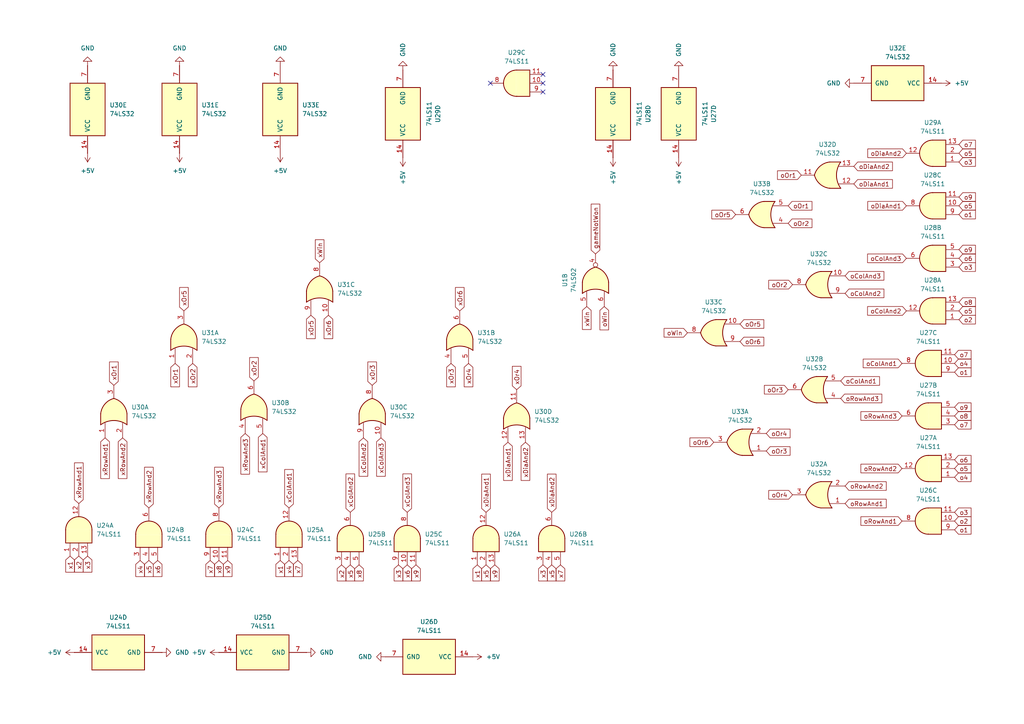
<source format=kicad_sch>
(kicad_sch (version 20250114) (generator "eeschema") (generator_version "9.0")
  (paper "A4")
  (lib_symbols
    (symbol "74xx:74LS02" (pin_names (offset 1.016))
      (property "Reference" "U" (at 0 1.27 0))
      (property "Value" "74LS02" (at 0 -1.27 0))
      (symbol "74LS02_1_1"
        (arc (start -3.81 3.81) (mid -2.589 0) (end -3.81 -3.81) (stroke (width 0.254)))
        (polyline (pts (xy -3.81 3.81) (xy -0.635 3.81)) (stroke (width 0.254)) (fill (type background)))
        (polyline (pts (xy -3.81 -3.81) (xy -0.635 -3.81)) (stroke (width 0.254)) (fill (type background)))
        (arc (start 3.81 0) (mid 2.1855 -2.584) (end -0.6096 -3.81) (stroke (width 0.254)) (fill (type background)))
        (arc (start -0.6096 3.81) (mid 2.1928 2.5924) (end 3.81 0) (stroke (width 0.254)) (fill (type background)))
        (polyline (pts (xy -0.635 3.81) (xy -3.81 3.81) (xy -3.81 3.81) (xy -3.556 3.4036) (xy -3.0226 2.2606) (xy -2.6924 1.0414) (xy -2.6162 -0.254) (xy -2.7686 -1.4986) (xy -3.175 -2.7178) (xy -3.81 -3.81) (xy -3.81 -3.81) (xy -0.635 -3.81)) (stroke (width -25.4)) (fill (type background)))
        (pin input line (at -7.62 2.54 0) (length 4.318) (name "~") (number "2"))
        (pin input line (at -7.62 -2.54 0) (length 4.318) (name "~") (number "3"))
        (pin output inverted (at 7.62 0 180) (length 3.81) (name "~") (number "1"))
      )
      (symbol "74LS02_1_2"
        (arc (start 0 3.81) (mid 3.7934 0) (end 0 -3.81) (stroke (width 0.254)) (fill (type background)))
        (polyline (pts (xy 0 3.81) (xy -3.81 3.81) (xy -3.81 -3.81) (xy 0 -3.81)) (stroke (width 0.254)) (fill (type background)))
        (pin input inverted (at -7.62 2.54 0) (length 3.81) (name "~") (number "2"))
        (pin input inverted (at -7.62 -2.54 0) (length 3.81) (name "~") (number "3"))
        (pin output line (at 7.62 0 180) (length 3.81) (name "~") (number "1"))
      )
      (symbol "74LS02_2_1"
        (arc (start -3.81 3.81) (mid -2.589 0) (end -3.81 -3.81) (stroke (width 0.254)))
        (polyline (pts (xy -3.81 3.81) (xy -0.635 3.81)) (stroke (width 0.254)) (fill (type background)))
        (polyline (pts (xy -3.81 -3.81) (xy -0.635 -3.81)) (stroke (width 0.254)) (fill (type background)))
        (arc (start 3.81 0) (mid 2.1855 -2.584) (end -0.6096 -3.81) (stroke (width 0.254)) (fill (type background)))
        (arc (start -0.6096 3.81) (mid 2.1928 2.5924) (end 3.81 0) (stroke (width 0.254)) (fill (type background)))
        (polyline (pts (xy -0.635 3.81) (xy -3.81 3.81) (xy -3.81 3.81) (xy -3.556 3.4036) (xy -3.0226 2.2606) (xy -2.6924 1.0414) (xy -2.6162 -0.254) (xy -2.7686 -1.4986) (xy -3.175 -2.7178) (xy -3.81 -3.81) (xy -3.81 -3.81) (xy -0.635 -3.81)) (stroke (width -25.4)) (fill (type background)))
        (pin input line (at -7.62 2.54 0) (length 4.318) (name "~") (number "5"))
        (pin input line (at -7.62 -2.54 0) (length 4.318) (name "~") (number "6"))
        (pin output inverted (at 7.62 0 180) (length 3.81) (name "~") (number "4"))
      )
      (symbol "74LS02_2_2"
        (arc (start 0 3.81) (mid 3.7934 0) (end 0 -3.81) (stroke (width 0.254)) (fill (type background)))
        (polyline (pts (xy 0 3.81) (xy -3.81 3.81) (xy -3.81 -3.81) (xy 0 -3.81)) (stroke (width 0.254)) (fill (type background)))
        (pin input inverted (at -7.62 2.54 0) (length 3.81) (name "~") (number "5"))
        (pin input inverted (at -7.62 -2.54 0) (length 3.81) (name "~") (number "6"))
        (pin output line (at 7.62 0 180) (length 3.81) (name "~") (number "4"))
      )
      (symbol "74LS02_3_1"
        (arc (start -3.81 3.81) (mid -2.589 0) (end -3.81 -3.81) (stroke (width 0.254)))
        (polyline (pts (xy -3.81 3.81) (xy -0.635 3.81)) (stroke (width 0.254)) (fill (type background)))
        (polyline (pts (xy -3.81 -3.81) (xy -0.635 -3.81)) (stroke (width 0.254)) (fill (type background)))
        (arc (start 3.81 0) (mid 2.1855 -2.584) (end -0.6096 -3.81) (stroke (width 0.254)) (fill (type background)))
        (arc (start -0.6096 3.81) (mid 2.1928 2.5924) (end 3.81 0) (stroke (width 0.254)) (fill (type background)))
        (polyline (pts (xy -0.635 3.81) (xy -3.81 3.81) (xy -3.81 3.81) (xy -3.556 3.4036) (xy -3.0226 2.2606) (xy -2.6924 1.0414) (xy -2.6162 -0.254) (xy -2.7686 -1.4986) (xy -3.175 -2.7178) (xy -3.81 -3.81) (xy -3.81 -3.81) (xy -0.635 -3.81)) (stroke (width -25.4)) (fill (type background)))
        (pin input line (at -7.62 2.54 0) (length 4.318) (name "~") (number "8"))
        (pin input line (at -7.62 -2.54 0) (length 4.318) (name "~") (number "9"))
        (pin output inverted (at 7.62 0 180) (length 3.81) (name "~") (number "10"))
      )
      (symbol "74LS02_3_2"
        (arc (start 0 3.81) (mid 3.7934 0) (end 0 -3.81) (stroke (width 0.254)) (fill (type background)))
        (polyline (pts (xy 0 3.81) (xy -3.81 3.81) (xy -3.81 -3.81) (xy 0 -3.81)) (stroke (width 0.254)) (fill (type background)))
        (pin input inverted (at -7.62 2.54 0) (length 3.81) (name "~") (number "8"))
        (pin input inverted (at -7.62 -2.54 0) (length 3.81) (name "~") (number "9"))
        (pin output line (at 7.62 0 180) (length 3.81) (name "~") (number "10"))
      )
      (symbol "74LS02_4_1"
        (arc (start -3.81 3.81) (mid -2.589 0) (end -3.81 -3.81) (stroke (width 0.254)))
        (polyline (pts (xy -3.81 3.81) (xy -0.635 3.81)) (stroke (width 0.254)) (fill (type background)))
        (polyline (pts (xy -3.81 -3.81) (xy -0.635 -3.81)) (stroke (width 0.254)) (fill (type background)))
        (arc (start 3.81 0) (mid 2.1855 -2.584) (end -0.6096 -3.81) (stroke (width 0.254)) (fill (type background)))
        (arc (start -0.6096 3.81) (mid 2.1928 2.5924) (end 3.81 0) (stroke (width 0.254)) (fill (type background)))
        (polyline (pts (xy -0.635 3.81) (xy -3.81 3.81) (xy -3.81 3.81) (xy -3.556 3.4036) (xy -3.0226 2.2606) (xy -2.6924 1.0414) (xy -2.6162 -0.254) (xy -2.7686 -1.4986) (xy -3.175 -2.7178) (xy -3.81 -3.81) (xy -3.81 -3.81) (xy -0.635 -3.81)) (stroke (width -25.4)) (fill (type background)))
        (pin input line (at -7.62 2.54 0) (length 4.318) (name "~") (number "11"))
        (pin input line (at -7.62 -2.54 0) (length 4.318) (name "~") (number "12"))
        (pin output inverted (at 7.62 0 180) (length 3.81) (name "~") (number "13"))
      )
      (symbol "74LS02_4_2"
        (arc (start 0 3.81) (mid 3.7934 0) (end 0 -3.81) (stroke (width 0.254)) (fill (type background)))
        (polyline (pts (xy 0 3.81) (xy -3.81 3.81) (xy -3.81 -3.81) (xy 0 -3.81)) (stroke (width 0.254)) (fill (type background)))
        (pin input inverted (at -7.62 2.54 0) (length 3.81) (name "~") (number "11"))
        (pin input inverted (at -7.62 -2.54 0) (length 3.81) (name "~") (number "12"))
        (pin output line (at 7.62 0 180) (length 3.81) (name "~") (number "13"))
      )
      (symbol "74LS02_5_0"
        (pin power_in line (at 0 12.7 270) (length 5.08) (name "VCC") (number "14"))
        (pin power_in line (at 0 -12.7 90) (length 5.08) (name "GND") (number "7"))
      )
      (symbol "74LS02_5_1"
        (rectangle (start -5.08 7.62) (end 5.08 -7.62) (stroke (width 0.254)) (fill (type background)))
      )
    )
    (symbol "74xx:74LS11" (pin_names (offset 1.016))
      (property "Reference" "U" (at 0 1.27 0))
      (property "Value" "74LS11" (at 0 -1.27 0))
      (symbol "74LS11_1_1"
        (arc (start 0 3.81) (mid 3.7934 0) (end 0 -3.81) (stroke (width 0.254)) (fill (type background)))
        (polyline (pts (xy 0 3.81) (xy -3.81 3.81) (xy -3.81 -3.81) (xy 0 -3.81)) (stroke (width 0.254)) (fill (type background)))
        (pin input line (at -7.62 2.54 0) (length 3.81) (name "~") (number "1"))
        (pin input line (at -7.62 0 0) (length 3.81) (name "~") (number "2"))
        (pin input line (at -7.62 -2.54 0) (length 3.81) (name "~") (number "13"))
        (pin output line (at 7.62 0 180) (length 3.81) (name "~") (number "12"))
      )
      (symbol "74LS11_1_2"
        (arc (start -3.81 3.81) (mid -2.589 0) (end -3.81 -3.81) (stroke (width 0.254)))
        (polyline (pts (xy -3.81 3.81) (xy -0.635 3.81)) (stroke (width 0.254)) (fill (type background)))
        (polyline (pts (xy -3.81 -3.81) (xy -0.635 -3.81)) (stroke (width 0.254)) (fill (type background)))
        (arc (start 3.81 0) (mid 2.1855 -2.584) (end -0.6096 -3.81) (stroke (width 0.254)) (fill (type background)))
        (arc (start -0.6096 3.81) (mid 2.1928 2.5924) (end 3.81 0) (stroke (width 0.254)) (fill (type background)))
        (polyline (pts (xy -0.635 3.81) (xy -3.81 3.81) (xy -3.81 3.81) (xy -3.556 3.4036) (xy -3.0226 2.2606) (xy -2.6924 1.0414) (xy -2.6162 -0.254) (xy -2.7686 -1.4986) (xy -3.175 -2.7178) (xy -3.81 -3.81) (xy -3.81 -3.81) (xy -0.635 -3.81)) (stroke (width -25.4)) (fill (type background)))
        (pin input inverted (at -7.62 2.54 0) (length 4.318) (name "~") (number "1"))
        (pin input inverted (at -7.62 0 0) (length 4.953) (name "~") (number "2"))
        (pin input inverted (at -7.62 -2.54 0) (length 4.318) (name "~") (number "13"))
        (pin output inverted (at 7.62 0 180) (length 3.81) (name "~") (number "12"))
      )
      (symbol "74LS11_2_1"
        (arc (start 0 3.81) (mid 3.7934 0) (end 0 -3.81) (stroke (width 0.254)) (fill (type background)))
        (polyline (pts (xy 0 3.81) (xy -3.81 3.81) (xy -3.81 -3.81) (xy 0 -3.81)) (stroke (width 0.254)) (fill (type background)))
        (pin input line (at -7.62 2.54 0) (length 3.81) (name "~") (number "3"))
        (pin input line (at -7.62 0 0) (length 3.81) (name "~") (number "4"))
        (pin input line (at -7.62 -2.54 0) (length 3.81) (name "~") (number "5"))
        (pin output line (at 7.62 0 180) (length 3.81) (name "~") (number "6"))
      )
      (symbol "74LS11_2_2"
        (arc (start -3.81 3.81) (mid -2.589 0) (end -3.81 -3.81) (stroke (width 0.254)))
        (polyline (pts (xy -3.81 3.81) (xy -0.635 3.81)) (stroke (width 0.254)) (fill (type background)))
        (polyline (pts (xy -3.81 -3.81) (xy -0.635 -3.81)) (stroke (width 0.254)) (fill (type background)))
        (arc (start 3.81 0) (mid 2.1855 -2.584) (end -0.6096 -3.81) (stroke (width 0.254)) (fill (type background)))
        (arc (start -0.6096 3.81) (mid 2.1928 2.5924) (end 3.81 0) (stroke (width 0.254)) (fill (type background)))
        (polyline (pts (xy -0.635 3.81) (xy -3.81 3.81) (xy -3.81 3.81) (xy -3.556 3.4036) (xy -3.0226 2.2606) (xy -2.6924 1.0414) (xy -2.6162 -0.254) (xy -2.7686 -1.4986) (xy -3.175 -2.7178) (xy -3.81 -3.81) (xy -3.81 -3.81) (xy -0.635 -3.81)) (stroke (width -25.4)) (fill (type background)))
        (pin input inverted (at -7.62 2.54 0) (length 4.318) (name "~") (number "3"))
        (pin input inverted (at -7.62 0 0) (length 4.953) (name "~") (number "4"))
        (pin input inverted (at -7.62 -2.54 0) (length 4.318) (name "~") (number "5"))
        (pin output inverted (at 7.62 0 180) (length 3.81) (name "~") (number "6"))
      )
      (symbol "74LS11_3_1"
        (arc (start 0 3.81) (mid 3.7934 0) (end 0 -3.81) (stroke (width 0.254)) (fill (type background)))
        (polyline (pts (xy 0 3.81) (xy -3.81 3.81) (xy -3.81 -3.81) (xy 0 -3.81)) (stroke (width 0.254)) (fill (type background)))
        (pin input line (at -7.62 2.54 0) (length 3.81) (name "~") (number "9"))
        (pin input line (at -7.62 0 0) (length 3.81) (name "~") (number "10"))
        (pin input line (at -7.62 -2.54 0) (length 3.81) (name "~") (number "11"))
        (pin output line (at 7.62 0 180) (length 3.81) (name "~") (number "8"))
      )
      (symbol "74LS11_3_2"
        (arc (start -3.81 3.81) (mid -2.589 0) (end -3.81 -3.81) (stroke (width 0.254)))
        (polyline (pts (xy -3.81 3.81) (xy -0.635 3.81)) (stroke (width 0.254)) (fill (type background)))
        (polyline (pts (xy -3.81 -3.81) (xy -0.635 -3.81)) (stroke (width 0.254)) (fill (type background)))
        (arc (start 3.81 0) (mid 2.1855 -2.584) (end -0.6096 -3.81) (stroke (width 0.254)) (fill (type background)))
        (arc (start -0.6096 3.81) (mid 2.1928 2.5924) (end 3.81 0) (stroke (width 0.254)) (fill (type background)))
        (polyline (pts (xy -0.635 3.81) (xy -3.81 3.81) (xy -3.81 3.81) (xy -3.556 3.4036) (xy -3.0226 2.2606) (xy -2.6924 1.0414) (xy -2.6162 -0.254) (xy -2.7686 -1.4986) (xy -3.175 -2.7178) (xy -3.81 -3.81) (xy -3.81 -3.81) (xy -0.635 -3.81)) (stroke (width -25.4)) (fill (type background)))
        (pin input inverted (at -7.62 2.54 0) (length 4.318) (name "~") (number "9"))
        (pin input inverted (at -7.62 0 0) (length 4.953) (name "~") (number "10"))
        (pin input inverted (at -7.62 -2.54 0) (length 4.318) (name "~") (number "11"))
        (pin output inverted (at 7.62 0 180) (length 3.81) (name "~") (number "8"))
      )
      (symbol "74LS11_4_0"
        (pin power_in line (at 0 12.7 270) (length 5.08) (name "VCC") (number "14"))
        (pin power_in line (at 0 -12.7 90) (length 5.08) (name "GND") (number "7"))
      )
      (symbol "74LS11_4_1"
        (rectangle (start -5.08 7.62) (end 5.08 -7.62) (stroke (width 0.254)) (fill (type background)))
      )
    )
    (symbol "74xx:74LS32" (pin_names (offset 1.016))
      (property "Reference" "U" (at 0 1.27 0))
      (property "Value" "74LS32" (at 0 -1.27 0))
      (symbol "74LS32_1_1"
        (arc (start -3.81 3.81) (mid -2.589 0) (end -3.81 -3.81) (stroke (width 0.254)))
        (polyline (pts (xy -3.81 3.81) (xy -0.635 3.81)) (stroke (width 0.254)) (fill (type background)))
        (polyline (pts (xy -3.81 -3.81) (xy -0.635 -3.81)) (stroke (width 0.254)) (fill (type background)))
        (arc (start 3.81 0) (mid 2.1855 -2.584) (end -0.6096 -3.81) (stroke (width 0.254)) (fill (type background)))
        (arc (start -0.6096 3.81) (mid 2.1928 2.5924) (end 3.81 0) (stroke (width 0.254)) (fill (type background)))
        (polyline (pts (xy -0.635 3.81) (xy -3.81 3.81) (xy -3.81 3.81) (xy -3.556 3.4036) (xy -3.0226 2.2606) (xy -2.6924 1.0414) (xy -2.6162 -0.254) (xy -2.7686 -1.4986) (xy -3.175 -2.7178) (xy -3.81 -3.81) (xy -3.81 -3.81) (xy -0.635 -3.81)) (stroke (width -25.4)) (fill (type background)))
        (pin input line (at -7.62 2.54 0) (length 4.318) (name "~") (number "1"))
        (pin input line (at -7.62 -2.54 0) (length 4.318) (name "~") (number "2"))
        (pin output line (at 7.62 0 180) (length 3.81) (name "~") (number "3"))
      )
      (symbol "74LS32_1_2"
        (arc (start 0 3.81) (mid 3.7934 0) (end 0 -3.81) (stroke (width 0.254)) (fill (type background)))
        (polyline (pts (xy 0 3.81) (xy -3.81 3.81) (xy -3.81 -3.81) (xy 0 -3.81)) (stroke (width 0.254)) (fill (type background)))
        (pin input inverted (at -7.62 2.54 0) (length 3.81) (name "~") (number "1"))
        (pin input inverted (at -7.62 -2.54 0) (length 3.81) (name "~") (number "2"))
        (pin output inverted (at 7.62 0 180) (length 3.81) (name "~") (number "3"))
      )
      (symbol "74LS32_2_1"
        (arc (start -3.81 3.81) (mid -2.589 0) (end -3.81 -3.81) (stroke (width 0.254)))
        (polyline (pts (xy -3.81 3.81) (xy -0.635 3.81)) (stroke (width 0.254)) (fill (type background)))
        (polyline (pts (xy -3.81 -3.81) (xy -0.635 -3.81)) (stroke (width 0.254)) (fill (type background)))
        (arc (start 3.81 0) (mid 2.1855 -2.584) (end -0.6096 -3.81) (stroke (width 0.254)) (fill (type background)))
        (arc (start -0.6096 3.81) (mid 2.1928 2.5924) (end 3.81 0) (stroke (width 0.254)) (fill (type background)))
        (polyline (pts (xy -0.635 3.81) (xy -3.81 3.81) (xy -3.81 3.81) (xy -3.556 3.4036) (xy -3.0226 2.2606) (xy -2.6924 1.0414) (xy -2.6162 -0.254) (xy -2.7686 -1.4986) (xy -3.175 -2.7178) (xy -3.81 -3.81) (xy -3.81 -3.81) (xy -0.635 -3.81)) (stroke (width -25.4)) (fill (type background)))
        (pin input line (at -7.62 2.54 0) (length 4.318) (name "~") (number "4"))
        (pin input line (at -7.62 -2.54 0) (length 4.318) (name "~") (number "5"))
        (pin output line (at 7.62 0 180) (length 3.81) (name "~") (number "6"))
      )
      (symbol "74LS32_2_2"
        (arc (start 0 3.81) (mid 3.7934 0) (end 0 -3.81) (stroke (width 0.254)) (fill (type background)))
        (polyline (pts (xy 0 3.81) (xy -3.81 3.81) (xy -3.81 -3.81) (xy 0 -3.81)) (stroke (width 0.254)) (fill (type background)))
        (pin input inverted (at -7.62 2.54 0) (length 3.81) (name "~") (number "4"))
        (pin input inverted (at -7.62 -2.54 0) (length 3.81) (name "~") (number "5"))
        (pin output inverted (at 7.62 0 180) (length 3.81) (name "~") (number "6"))
      )
      (symbol "74LS32_3_1"
        (arc (start -3.81 3.81) (mid -2.589 0) (end -3.81 -3.81) (stroke (width 0.254)))
        (polyline (pts (xy -3.81 3.81) (xy -0.635 3.81)) (stroke (width 0.254)) (fill (type background)))
        (polyline (pts (xy -3.81 -3.81) (xy -0.635 -3.81)) (stroke (width 0.254)) (fill (type background)))
        (arc (start 3.81 0) (mid 2.1855 -2.584) (end -0.6096 -3.81) (stroke (width 0.254)) (fill (type background)))
        (arc (start -0.6096 3.81) (mid 2.1928 2.5924) (end 3.81 0) (stroke (width 0.254)) (fill (type background)))
        (polyline (pts (xy -0.635 3.81) (xy -3.81 3.81) (xy -3.81 3.81) (xy -3.556 3.4036) (xy -3.0226 2.2606) (xy -2.6924 1.0414) (xy -2.6162 -0.254) (xy -2.7686 -1.4986) (xy -3.175 -2.7178) (xy -3.81 -3.81) (xy -3.81 -3.81) (xy -0.635 -3.81)) (stroke (width -25.4)) (fill (type background)))
        (pin input line (at -7.62 2.54 0) (length 4.318) (name "~") (number "9"))
        (pin input line (at -7.62 -2.54 0) (length 4.318) (name "~") (number "10"))
        (pin output line (at 7.62 0 180) (length 3.81) (name "~") (number "8"))
      )
      (symbol "74LS32_3_2"
        (arc (start 0 3.81) (mid 3.7934 0) (end 0 -3.81) (stroke (width 0.254)) (fill (type background)))
        (polyline (pts (xy 0 3.81) (xy -3.81 3.81) (xy -3.81 -3.81) (xy 0 -3.81)) (stroke (width 0.254)) (fill (type background)))
        (pin input inverted (at -7.62 2.54 0) (length 3.81) (name "~") (number "9"))
        (pin input inverted (at -7.62 -2.54 0) (length 3.81) (name "~") (number "10"))
        (pin output inverted (at 7.62 0 180) (length 3.81) (name "~") (number "8"))
      )
      (symbol "74LS32_4_1"
        (arc (start -3.81 3.81) (mid -2.589 0) (end -3.81 -3.81) (stroke (width 0.254)))
        (polyline (pts (xy -3.81 3.81) (xy -0.635 3.81)) (stroke (width 0.254)) (fill (type background)))
        (polyline (pts (xy -3.81 -3.81) (xy -0.635 -3.81)) (stroke (width 0.254)) (fill (type background)))
        (arc (start 3.81 0) (mid 2.1855 -2.584) (end -0.6096 -3.81) (stroke (width 0.254)) (fill (type background)))
        (arc (start -0.6096 3.81) (mid 2.1928 2.5924) (end 3.81 0) (stroke (width 0.254)) (fill (type background)))
        (polyline (pts (xy -0.635 3.81) (xy -3.81 3.81) (xy -3.81 3.81) (xy -3.556 3.4036) (xy -3.0226 2.2606) (xy -2.6924 1.0414) (xy -2.6162 -0.254) (xy -2.7686 -1.4986) (xy -3.175 -2.7178) (xy -3.81 -3.81) (xy -3.81 -3.81) (xy -0.635 -3.81)) (stroke (width -25.4)) (fill (type background)))
        (pin input line (at -7.62 2.54 0) (length 4.318) (name "~") (number "12"))
        (pin input line (at -7.62 -2.54 0) (length 4.318) (name "~") (number "13"))
        (pin output line (at 7.62 0 180) (length 3.81) (name "~") (number "11"))
      )
      (symbol "74LS32_4_2"
        (arc (start 0 3.81) (mid 3.7934 0) (end 0 -3.81) (stroke (width 0.254)) (fill (type background)))
        (polyline (pts (xy 0 3.81) (xy -3.81 3.81) (xy -3.81 -3.81) (xy 0 -3.81)) (stroke (width 0.254)) (fill (type background)))
        (pin input inverted (at -7.62 2.54 0) (length 3.81) (name "~") (number "12"))
        (pin input inverted (at -7.62 -2.54 0) (length 3.81) (name "~") (number "13"))
        (pin output inverted (at 7.62 0 180) (length 3.81) (name "~") (number "11"))
      )
      (symbol "74LS32_5_0"
        (pin power_in line (at 0 12.7 270) (length 5.08) (name "VCC") (number "14"))
        (pin power_in line (at 0 -12.7 90) (length 5.08) (name "GND") (number "7"))
      )
      (symbol "74LS32_5_1"
        (rectangle (start -5.08 7.62) (end 5.08 -7.62) (stroke (width 0.254)) (fill (type background)))
      )
    )
    (symbol "power:+5V" (power) (pin_numbers (hide yes)) (pin_names (offset 0) (hide yes))
      (property "Value" "+5V" (at 0 3.556 0))
      (symbol "+5V_0_1"
        (polyline (pts (xy -0.762 1.27) (xy 0 2.54)))
        (polyline (pts (xy 0 2.54) (xy 0.762 1.27)))
        (polyline (pts (xy 0 0) (xy 0 2.54)))
      )
      (symbol "+5V_1_1"
        (pin power_in line (at 0 0 90) (length 0) (name "~") (number "1"))
      )
    )
    (symbol "power:GND" (power) (pin_numbers (hide yes)) (pin_names (offset 0) (hide yes))
      (property "Value" "GND" (at 0 -3.81 0))
      (symbol "GND_0_1"
        (polyline (pts (xy 0 0) (xy 0 -1.27) (xy 1.27 -1.27) (xy 0 -2.54) (xy -1.27 -1.27) (xy 0 -1.27)))
      )
      (symbol "GND_1_1"
        (pin power_in line (at 0 0 270) (length 0) (name "~") (number "1"))
      )
    )
  )
  (no_connect (at 142.24 24.13))
  (no_connect (at 157.48 24.13))
  (no_connect (at 157.48 26.67))
  (no_connect (at 157.48 21.59))
  (global_label "xRowAnd2" (shape input) (at 43.18 147.32 90) (property "Intersheetrefs" "${INTERSHEET_REFS}" (effects (hide yes))))
  (global_label "o7" (shape input) (at 276.86 123.19 0) (property "Intersheetrefs" "${INTERSHEET_REFS}" (effects (hide yes))))
  (global_label "xColAnd1" (shape input) (at 76.2 125.73 270) (property "Intersheetrefs" "${INTERSHEET_REFS}" (effects (hide yes))))
  (global_label "oOr6" (shape input) (at 214.63 99.06 0) (property "Intersheetrefs" "${INTERSHEET_REFS}" (effects (hide yes))))
  (global_label "oColAnd1" (shape input) (at 243.84 110.49 0) (property "Intersheetrefs" "${INTERSHEET_REFS}" (effects (hide yes))))
  (global_label "o3" (shape input) (at 278.13 77.47 0) (property "Intersheetrefs" "${INTERSHEET_REFS}" (effects (hide yes))))
  (global_label "xRowAnd1" (shape input) (at 22.86 146.05 90) (property "Intersheetrefs" "${INTERSHEET_REFS}" (effects (hide yes))))
  (global_label "o8" (shape input) (at 278.13 87.63 0) (property "Intersheetrefs" "${INTERSHEET_REFS}" (effects (hide yes))))
  (global_label "x3" (shape input) (at 115.57 163.83 270) (property "Intersheetrefs" "${INTERSHEET_REFS}" (effects (hide yes))))
  (global_label "x5" (shape input) (at 101.6 163.83 270) (property "Intersheetrefs" "${INTERSHEET_REFS}" (effects (hide yes))))
  (global_label "o9" (shape input) (at 278.13 57.15 0) (property "Intersheetrefs" "${INTERSHEET_REFS}" (effects (hide yes))))
  (global_label "x5" (shape input) (at 140.97 163.83 270) (property "Intersheetrefs" "${INTERSHEET_REFS}" (effects (hide yes))))
  (global_label "o2" (shape input) (at 276.86 151.13 0) (property "Intersheetrefs" "${INTERSHEET_REFS}" (effects (hide yes))))
  (global_label "xOr3" (shape input) (at 130.81 105.41 270) (property "Intersheetrefs" "${INTERSHEET_REFS}" (effects (hide yes))))
  (global_label "xColAnd1" (shape input) (at 83.82 147.32 90) (property "Intersheetrefs" "${INTERSHEET_REFS}" (effects (hide yes))))
  (global_label "oOr4" (shape input) (at 229.87 143.51 180) (property "Intersheetrefs" "${INTERSHEET_REFS}" (effects (hide yes))))
  (global_label "o5" (shape input) (at 278.13 90.17 0) (property "Intersheetrefs" "${INTERSHEET_REFS}" (effects (hide yes))))
  (global_label "oOr2" (shape input) (at 229.87 82.55 180) (property "Intersheetrefs" "${INTERSHEET_REFS}" (effects (hide yes))))
  (global_label "x4" (shape input) (at 40.64 162.56 270) (property "Intersheetrefs" "${INTERSHEET_REFS}" (effects (hide yes))))
  (global_label "oDiaAnd2" (shape input) (at 247.65 48.26 0) (property "Intersheetrefs" "${INTERSHEET_REFS}" (effects (hide yes))))
  (global_label "oOr6" (shape input) (at 207.01 128.27 180) (property "Intersheetrefs" "${INTERSHEET_REFS}" (effects (hide yes))))
  (global_label "oOr4" (shape input) (at 222.25 125.73 0) (property "Intersheetrefs" "${INTERSHEET_REFS}" (effects (hide yes))))
  (global_label "oRowAnd2" (shape input) (at 261.62 135.89 180) (property "Intersheetrefs" "${INTERSHEET_REFS}" (effects (hide yes))))
  (global_label "x3" (shape input) (at 157.48 163.83 270) (property "Intersheetrefs" "${INTERSHEET_REFS}" (effects (hide yes))))
  (global_label "xColAnd2" (shape input) (at 105.41 127 270) (property "Intersheetrefs" "${INTERSHEET_REFS}" (effects (hide yes))))
  (global_label "xRowAnd3" (shape input) (at 71.12 125.73 270) (property "Intersheetrefs" "${INTERSHEET_REFS}" (effects (hide yes))))
  (global_label "x7" (shape input) (at 162.56 163.83 270) (property "Intersheetrefs" "${INTERSHEET_REFS}" (effects (hide yes))))
  (global_label "o3" (shape input) (at 276.86 148.59 0) (property "Intersheetrefs" "${INTERSHEET_REFS}" (effects (hide yes))))
  (global_label "oRowAnd1" (shape input) (at 245.11 146.05 0) (property "Intersheetrefs" "${INTERSHEET_REFS}" (effects (hide yes))))
  (global_label "x2" (shape input) (at 22.86 161.29 270) (property "Intersheetrefs" "${INTERSHEET_REFS}" (effects (hide yes))))
  (global_label "o4" (shape input) (at 276.86 105.41 0) (property "Intersheetrefs" "${INTERSHEET_REFS}" (effects (hide yes))))
  (global_label "xDiaAnd2" (shape input) (at 160.02 148.59 90) (property "Intersheetrefs" "${INTERSHEET_REFS}" (effects (hide yes))))
  (global_label "oRowAnd3" (shape input) (at 261.62 120.65 180) (property "Intersheetrefs" "${INTERSHEET_REFS}" (effects (hide yes))))
  (global_label "x7" (shape input) (at 60.96 162.56 270) (property "Intersheetrefs" "${INTERSHEET_REFS}" (effects (hide yes))))
  (global_label "oColAnd2" (shape input) (at 262.89 90.17 180) (property "Intersheetrefs" "${INTERSHEET_REFS}" (effects (hide yes))))
  (global_label "x8" (shape input) (at 104.14 163.83 270) (property "Intersheetrefs" "${INTERSHEET_REFS}" (effects (hide yes))))
  (global_label "oOr1" (shape input) (at 228.6 59.69 0) (property "Intersheetrefs" "${INTERSHEET_REFS}" (effects (hide yes))))
  (global_label "o8" (shape input) (at 276.86 120.65 0) (property "Intersheetrefs" "${INTERSHEET_REFS}" (effects (hide yes))))
  (global_label "oRowAnd2" (shape input) (at 245.11 140.97 0) (property "Intersheetrefs" "${INTERSHEET_REFS}" (effects (hide yes))))
  (global_label "o2" (shape input) (at 278.13 92.71 0) (property "Intersheetrefs" "${INTERSHEET_REFS}" (effects (hide yes))))
  (global_label "xOr4" (shape input) (at 135.89 105.41 270) (property "Intersheetrefs" "${INTERSHEET_REFS}" (effects (hide yes))))
  (global_label "o5" (shape input) (at 278.13 59.69 0) (property "Intersheetrefs" "${INTERSHEET_REFS}" (effects (hide yes))))
  (global_label "o1" (shape input) (at 278.13 62.23 0) (property "Intersheetrefs" "${INTERSHEET_REFS}" (effects (hide yes))))
  (global_label "oColAnd2" (shape input) (at 245.11 85.09 0) (property "Intersheetrefs" "${INTERSHEET_REFS}" (effects (hide yes))))
  (global_label "x2" (shape input) (at 99.06 163.83 270) (property "Intersheetrefs" "${INTERSHEET_REFS}" (effects (hide yes))))
  (global_label "xOr6" (shape input) (at 95.25 91.44 270) (property "Intersheetrefs" "${INTERSHEET_REFS}" (effects (hide yes))))
  (global_label "xWin" (shape input) (at 170.18 88.9 270) (property "Intersheetrefs" "${INTERSHEET_REFS}" (effects (hide yes))))
  (global_label "xRowAnd2" (shape input) (at 35.56 127 270) (property "Intersheetrefs" "${INTERSHEET_REFS}" (effects (hide yes))))
  (global_label "oOr5" (shape input) (at 213.36 62.23 180) (property "Intersheetrefs" "${INTERSHEET_REFS}" (effects (hide yes))))
  (global_label "oDiaAnd1" (shape input) (at 247.65 53.34 0) (property "Intersheetrefs" "${INTERSHEET_REFS}" (effects (hide yes))))
  (global_label "oOr1" (shape input) (at 232.41 50.8 180) (property "Intersheetrefs" "${INTERSHEET_REFS}" (effects (hide yes))))
  (global_label "o5" (shape input) (at 278.13 44.45 0) (property "Intersheetrefs" "${INTERSHEET_REFS}" (effects (hide yes))))
  (global_label "xColAnd3" (shape input) (at 110.49 127 270) (property "Intersheetrefs" "${INTERSHEET_REFS}" (effects (hide yes))))
  (global_label "oDiaAnd1" (shape input) (at 262.89 59.69 180) (property "Intersheetrefs" "${INTERSHEET_REFS}" (effects (hide yes))))
  (global_label "oColAnd3" (shape input) (at 262.89 74.93 180) (property "Intersheetrefs" "${INTERSHEET_REFS}" (effects (hide yes))))
  (global_label "oRowAnd3" (shape input) (at 243.84 115.57 0) (property "Intersheetrefs" "${INTERSHEET_REFS}" (effects (hide yes))))
  (global_label "oColAnd3" (shape input) (at 245.11 80.01 0) (property "Intersheetrefs" "${INTERSHEET_REFS}" (effects (hide yes))))
  (global_label "xDiaAnd1" (shape input) (at 140.97 148.59 90) (property "Intersheetrefs" "${INTERSHEET_REFS}" (effects (hide yes))))
  (global_label "x6" (shape input) (at 118.11 163.83 270) (property "Intersheetrefs" "${INTERSHEET_REFS}" (effects (hide yes))))
  (global_label "oWin" (shape input) (at 175.26 88.9 270) (property "Intersheetrefs" "${INTERSHEET_REFS}" (effects (hide yes))))
  (global_label "o6" (shape input) (at 278.13 74.93 0) (property "Intersheetrefs" "${INTERSHEET_REFS}" (effects (hide yes))))
  (global_label "o9" (shape input) (at 276.86 118.11 0) (property "Intersheetrefs" "${INTERSHEET_REFS}" (effects (hide yes))))
  (global_label "o7" (shape input) (at 276.86 102.87 0) (property "Intersheetrefs" "${INTERSHEET_REFS}" (effects (hide yes))))
  (global_label "oColAnd1" (shape input) (at 261.62 105.41 180) (property "Intersheetrefs" "${INTERSHEET_REFS}" (effects (hide yes))))
  (global_label "o5" (shape input) (at 276.86 135.89 0) (property "Intersheetrefs" "${INTERSHEET_REFS}" (effects (hide yes))))
  (global_label "xOr3" (shape input) (at 107.95 111.76 90) (property "Intersheetrefs" "${INTERSHEET_REFS}" (effects (hide yes))))
  (global_label "xRowAnd3" (shape input) (at 63.5 147.32 90) (property "Intersheetrefs" "${INTERSHEET_REFS}" (effects (hide yes))))
  (global_label "x6" (shape input) (at 45.72 162.56 270) (property "Intersheetrefs" "${INTERSHEET_REFS}" (effects (hide yes))))
  (global_label "oWin" (shape input) (at 199.39 96.52 180) (property "Intersheetrefs" "${INTERSHEET_REFS}" (effects (hide yes))))
  (global_label "xRowAnd1" (shape input) (at 30.48 127 270) (property "Intersheetrefs" "${INTERSHEET_REFS}" (effects (hide yes))))
  (global_label "x9" (shape input) (at 120.65 163.83 270) (property "Intersheetrefs" "${INTERSHEET_REFS}" (effects (hide yes))))
  (global_label "xColAnd3" (shape input) (at 118.11 148.59 90) (property "Intersheetrefs" "${INTERSHEET_REFS}" (effects (hide yes))))
  (global_label "x9" (shape input) (at 66.04 162.56 270) (property "Intersheetrefs" "${INTERSHEET_REFS}" (effects (hide yes))))
  (global_label "o1" (shape input) (at 276.86 107.95 0) (property "Intersheetrefs" "${INTERSHEET_REFS}" (effects (hide yes))))
  (global_label "oOr3" (shape input) (at 222.25 130.81 0) (property "Intersheetrefs" "${INTERSHEET_REFS}" (effects (hide yes))))
  (global_label "xOr2" (shape input) (at 55.88 105.41 270) (property "Intersheetrefs" "${INTERSHEET_REFS}" (effects (hide yes))))
  (global_label "x1" (shape input) (at 81.28 162.56 270) (property "Intersheetrefs" "${INTERSHEET_REFS}" (effects (hide yes))))
  (global_label "oRowAnd1" (shape input) (at 261.62 151.13 180) (property "Intersheetrefs" "${INTERSHEET_REFS}" (effects (hide yes))))
  (global_label "x7" (shape input) (at 86.36 162.56 270) (property "Intersheetrefs" "${INTERSHEET_REFS}" (effects (hide yes))))
  (global_label "x8" (shape input) (at 63.5 162.56 270) (property "Intersheetrefs" "${INTERSHEET_REFS}" (effects (hide yes))))
  (global_label "x5" (shape input) (at 160.02 163.83 270) (property "Intersheetrefs" "${INTERSHEET_REFS}" (effects (hide yes))))
  (global_label "x1" (shape input) (at 20.32 161.29 270) (property "Intersheetrefs" "${INTERSHEET_REFS}" (effects (hide yes))))
  (global_label "oOr5" (shape input) (at 214.63 93.98 0) (property "Intersheetrefs" "${INTERSHEET_REFS}" (effects (hide yes))))
  (global_label "xWin" (shape input) (at 92.71 76.2 90) (property "Intersheetrefs" "${INTERSHEET_REFS}" (effects (hide yes))))
  (global_label "o9" (shape input) (at 278.13 72.39 0) (property "Intersheetrefs" "${INTERSHEET_REFS}" (effects (hide yes))))
  (global_label "xOr5" (shape input) (at 53.34 90.17 90) (property "Intersheetrefs" "${INTERSHEET_REFS}" (effects (hide yes))))
  (global_label "xOr1" (shape input) (at 33.02 111.76 90) (property "Intersheetrefs" "${INTERSHEET_REFS}" (effects (hide yes))))
  (global_label "xOr1" (shape input) (at 50.8 105.41 270) (property "Intersheetrefs" "${INTERSHEET_REFS}" (effects (hide yes))))
  (global_label "x5" (shape input) (at 43.18 162.56 270) (property "Intersheetrefs" "${INTERSHEET_REFS}" (effects (hide yes))))
  (global_label "xOr6" (shape input) (at 133.35 90.17 90) (property "Intersheetrefs" "${INTERSHEET_REFS}" (effects (hide yes))))
  (global_label "xOr5" (shape input) (at 90.17 91.44 270) (property "Intersheetrefs" "${INTERSHEET_REFS}" (effects (hide yes))))
  (global_label "xColAnd2" (shape input) (at 101.6 148.59 90) (property "Intersheetrefs" "${INTERSHEET_REFS}" (effects (hide yes))))
  (global_label "o3" (shape input) (at 278.13 46.99 0) (property "Intersheetrefs" "${INTERSHEET_REFS}" (effects (hide yes))))
  (global_label "xDiaAnd1" (shape input) (at 147.32 128.27 270) (property "Intersheetrefs" "${INTERSHEET_REFS}" (effects (hide yes))))
  (global_label "o6" (shape input) (at 276.86 133.35 0) (property "Intersheetrefs" "${INTERSHEET_REFS}" (effects (hide yes))))
  (global_label "oOr2" (shape input) (at 228.6 64.77 0) (property "Intersheetrefs" "${INTERSHEET_REFS}" (effects (hide yes))))
  (global_label "oOr3" (shape input) (at 228.6 113.03 180) (property "Intersheetrefs" "${INTERSHEET_REFS}" (effects (hide yes))))
  (global_label "x1" (shape input) (at 138.43 163.83 270) (property "Intersheetrefs" "${INTERSHEET_REFS}" (effects (hide yes))))
  (global_label "xOr2" (shape input) (at 73.66 110.49 90) (property "Intersheetrefs" "${INTERSHEET_REFS}" (effects (hide yes))))
  (global_label "o1" (shape input) (at 276.86 153.67 0) (property "Intersheetrefs" "${INTERSHEET_REFS}" (effects (hide yes))))
  (global_label "xOr4" (shape input) (at 149.86 113.03 90) (property "Intersheetrefs" "${INTERSHEET_REFS}" (effects (hide yes))))
  (global_label "o7" (shape input) (at 278.13 41.91 0) (property "Intersheetrefs" "${INTERSHEET_REFS}" (effects (hide yes))))
  (global_label "oDiaAnd2" (shape input) (at 262.89 44.45 180) (property "Intersheetrefs" "${INTERSHEET_REFS}" (effects (hide yes))))
  (global_label "o4" (shape input) (at 276.86 138.43 0) (property "Intersheetrefs" "${INTERSHEET_REFS}" (effects (hide yes))))
  (global_label "x3" (shape input) (at 25.4 161.29 270) (property "Intersheetrefs" "${INTERSHEET_REFS}" (effects (hide yes))))
  (global_label "gameNotWon" (shape input) (at 172.72 73.66 90) (property "Intersheetrefs" "${INTERSHEET_REFS}" (effects (hide yes))))
  (global_label "x9" (shape input) (at 143.51 163.83 270) (property "Intersheetrefs" "${INTERSHEET_REFS}" (effects (hide yes))))
  (global_label "x4" (shape input) (at 83.82 162.56 270) (property "Intersheetrefs" "${INTERSHEET_REFS}" (effects (hide yes))))
  (global_label "xDiaAnd2" (shape input) (at 152.4 128.27 270) (property "Intersheetrefs" "${INTERSHEET_REFS}" (effects (hide yes))))
  (symbol (lib_id "74xx:74LS11") (at 270.51 90.17 180) (unit 1)
    (property "Reference" "U28" (at 270.5183 81.28 0))
    (property "Value" "74LS11" (at 270.5183 83.82 0))
    (property "Footprint" "Package_DIP:DIP-14_W7.62mm" (effects (hide yes)))
    (property "Datasheet" "http://www.ti.com/lit/gpn/sn74LS11" (effects (hide yes)))
    (property "Description" "Triple 3-input AND" (effects (hide yes)))
  )
  (symbol (lib_id "74xx:74LS32") (at 25.4 31.75 180) (unit 5)
    (property "Reference" "U30" (at 31.75 30.4799 0) (effects (justify right)))
    (property "Value" "74LS32" (at 31.75 33.0199 0) (effects (justify right)))
    (property "Footprint" "Package_DIP:DIP-14_W7.62mm" (effects (hide yes)))
    (property "Datasheet" "http://www.ti.com/lit/gpn/sn74LS32" (effects (hide yes)))
    (property "Description" "Quad 2-input OR" (effects (hide yes)))
  )
  (symbol (lib_id "74xx:74LS11") (at 270.51 74.93 180) (unit 2)
    (property "Reference" "U28" (at 270.5183 66.04 0))
    (property "Value" "74LS11" (at 270.5183 68.58 0))
    (property "Footprint" "Package_DIP:DIP-14_W7.62mm" (effects (hide yes)))
    (property "Datasheet" "http://www.ti.com/lit/gpn/sn74LS11" (effects (hide yes)))
    (property "Description" "Triple 3-input AND" (effects (hide yes)))
  )
  (symbol (lib_id "power:GND") (at 196.85 20.32 180) (unit 1)
    (property "Reference" "#PWR091" (effects (hide yes)))
    (property "Value" "GND" (at 196.8501 16.51 90) (effects (justify right)))
    (property "Description" "Power symbol creates a global label with name \"GND\" , ground" (effects (hide yes)))
  )
  (symbol (lib_id "power:+5V") (at 81.28 44.45 180) (unit 1)
    (property "Reference" "#PWR094" (effects (hide yes)))
    (property "Value" "+5V" (at 81.28 49.53 0))
    (property "Description" "Power symbol creates a global label with name \"+5V\"" (effects (hide yes)))
  )
  (symbol (lib_id "74xx:74LS32") (at 73.66 118.11 90) (unit 2)
    (property "Reference" "U30" (at 78.74 116.8399 90) (effects (justify right)))
    (property "Value" "74LS32" (at 78.74 119.3799 90) (effects (justify right)))
    (property "Footprint" "Package_DIP:DIP-14_W7.62mm" (effects (hide yes)))
    (property "Datasheet" "http://www.ti.com/lit/gpn/sn74LS32" (effects (hide yes)))
    (property "Description" "Quad 2-input OR" (effects (hide yes)))
  )
  (symbol (lib_id "74xx:74LS11") (at 101.6 156.21 90) (unit 2)
    (property "Reference" "U25" (at 106.68 154.9482 90) (effects (justify right)))
    (property "Value" "74LS11" (at 106.68 157.4882 90) (effects (justify right)))
    (property "Footprint" "Package_DIP:DIP-14_W7.62mm" (effects (hide yes)))
    (property "Datasheet" "http://www.ti.com/lit/gpn/sn74LS11" (effects (hide yes)))
    (property "Description" "Triple 3-input AND" (effects (hide yes)))
  )
  (symbol (lib_id "74xx:74LS11") (at 116.84 33.02 180) (unit 4)
    (property "Reference" "U29" (at 127 33.02 90))
    (property "Value" "74LS11" (at 124.46 33.02 90))
    (property "Footprint" "Package_DIP:DIP-14_W7.62mm" (effects (hide yes)))
    (property "Datasheet" "http://www.ti.com/lit/gpn/sn74LS11" (effects (hide yes)))
    (property "Description" "Triple 3-input AND" (effects (hide yes)))
  )
  (symbol (lib_id "power:GND") (at 111.76 190.5 270) (unit 1)
    (property "Reference" "#PWR0103" (effects (hide yes)))
    (property "Value" "GND" (at 107.95 190.4999 90) (effects (justify right)))
    (property "Description" "Power symbol creates a global label with name \"GND\" , ground" (effects (hide yes)))
  )
  (symbol (lib_id "74xx:74LS11") (at 177.8 33.02 180) (unit 4)
    (property "Reference" "U28" (at 187.96 33.02 90))
    (property "Value" "74LS11" (at 185.42 33.02 90))
    (property "Footprint" "Package_DIP:DIP-14_W7.62mm" (effects (hide yes)))
    (property "Datasheet" "http://www.ti.com/lit/gpn/sn74LS11" (effects (hide yes)))
    (property "Description" "Triple 3-input AND" (effects (hide yes)))
  )
  (symbol (lib_id "74xx:74LS11") (at 76.2 189.23 90) (unit 4)
    (property "Reference" "U25" (at 76.2 179.07 90))
    (property "Value" "74LS11" (at 76.2 181.61 90))
    (property "Footprint" "Package_DIP:DIP-14_W7.62mm" (effects (hide yes)))
    (property "Datasheet" "http://www.ti.com/lit/gpn/sn74LS11" (effects (hide yes)))
    (property "Description" "Triple 3-input AND" (effects (hide yes)))
  )
  (symbol (lib_id "power:+5V") (at 116.84 45.72 180) (unit 1)
    (property "Reference" "#PWR095" (effects (hide yes)))
    (property "Value" "+5V" (at 116.8401 49.53 90) (effects (justify left)))
    (property "Description" "Power symbol creates a global label with name \"+5V\"" (effects (hide yes)))
  )
  (symbol (lib_id "74xx:74LS32") (at 107.95 119.38 90) (unit 3)
    (property "Reference" "U30" (at 113.03 118.1099 90) (effects (justify right)))
    (property "Value" "74LS32" (at 113.03 120.6499 90) (effects (justify right)))
    (property "Footprint" "Package_DIP:DIP-14_W7.62mm" (effects (hide yes)))
    (property "Datasheet" "http://www.ti.com/lit/gpn/sn74LS32" (effects (hide yes)))
    (property "Description" "Quad 2-input OR" (effects (hide yes)))
  )
  (symbol (lib_id "power:GND") (at 46.99 189.23 90) (unit 1)
    (property "Reference" "#PWR0104" (effects (hide yes)))
    (property "Value" "GND" (at 50.8 189.2299 90) (effects (justify right)))
    (property "Description" "Power symbol creates a global label with name \"GND\" , ground" (effects (hide yes)))
  )
  (symbol (lib_id "74xx:74LS32") (at 236.22 113.03 180) (unit 2)
    (property "Reference" "U32" (at 236.22 104.14 0))
    (property "Value" "74LS32" (at 236.22 106.68 0))
    (property "Footprint" "Package_DIP:DIP-14_W7.62mm" (effects (hide yes)))
    (property "Datasheet" "http://www.ti.com/lit/gpn/sn74LS32" (effects (hide yes)))
    (property "Description" "Quad 2-input OR" (effects (hide yes)))
  )
  (symbol (lib_id "74xx:74LS11") (at 269.24 120.65 180) (unit 2)
    (property "Reference" "U27" (at 269.2483 111.76 0))
    (property "Value" "74LS11" (at 269.2483 114.3 0))
    (property "Footprint" "Package_DIP:DIP-14_W7.62mm" (effects (hide yes)))
    (property "Datasheet" "http://www.ti.com/lit/gpn/sn74LS11" (effects (hide yes)))
    (property "Description" "Triple 3-input AND" (effects (hide yes)))
  )
  (symbol (lib_id "74xx:74LS11") (at 149.86 24.13 180) (unit 3)
    (property "Reference" "U29" (at 149.8683 15.24 0))
    (property "Value" "74LS11" (at 149.8683 17.78 0))
    (property "Footprint" "Package_DIP:DIP-14_W7.62mm" (effects (hide yes)))
    (property "Datasheet" "http://www.ti.com/lit/gpn/sn74LS11" (effects (hide yes)))
    (property "Description" "Triple 3-input AND" (effects (hide yes)))
  )
  (symbol (lib_id "power:GND") (at 81.28 19.05 180) (unit 1)
    (property "Reference" "#PWR088" (effects (hide yes)))
    (property "Value" "GND" (at 81.28 13.97 0))
    (property "Description" "Power symbol creates a global label with name \"GND\" , ground" (effects (hide yes)))
  )
  (symbol (lib_id "power:GND") (at 247.65 24.13 270) (unit 1)
    (property "Reference" "#PWR092" (effects (hide yes)))
    (property "Value" "GND" (at 243.84 24.1299 90) (effects (justify right)))
    (property "Description" "Power symbol creates a global label with name \"GND\" , ground" (effects (hide yes)))
  )
  (symbol (lib_id "74xx:74LS32") (at 53.34 97.79 90) (unit 1)
    (property "Reference" "U31" (at 58.42 96.5199 90) (effects (justify right)))
    (property "Value" "74LS32" (at 58.42 99.0599 90) (effects (justify right)))
    (property "Footprint" "Package_DIP:DIP-14_W7.62mm" (effects (hide yes)))
    (property "Datasheet" "http://www.ti.com/lit/gpn/sn74LS32" (effects (hide yes)))
    (property "Description" "Quad 2-input OR" (effects (hide yes)))
  )
  (symbol (lib_id "power:+5V") (at 21.59 189.23 90) (unit 1)
    (property "Reference" "#PWR099" (effects (hide yes)))
    (property "Value" "+5V" (at 17.78 189.2299 90) (effects (justify left)))
    (property "Description" "Power symbol creates a global label with name \"+5V\"" (effects (hide yes)))
  )
  (symbol (lib_id "power:+5V") (at 63.5 189.23 90) (unit 1)
    (property "Reference" "#PWR0100" (effects (hide yes)))
    (property "Value" "+5V" (at 59.69 189.2299 90) (effects (justify left)))
    (property "Description" "Power symbol creates a global label with name \"+5V\"" (effects (hide yes)))
  )
  (symbol (lib_id "74xx:74LS32") (at 52.07 31.75 180) (unit 5)
    (property "Reference" "U31" (at 58.42 30.4799 0) (effects (justify right)))
    (property "Value" "74LS32" (at 58.42 33.0199 0) (effects (justify right)))
    (property "Footprint" "Package_DIP:DIP-14_W7.62mm" (effects (hide yes)))
    (property "Datasheet" "http://www.ti.com/lit/gpn/sn74LS32" (effects (hide yes)))
    (property "Description" "Quad 2-input OR" (effects (hide yes)))
  )
  (symbol (lib_id "74xx:74LS11") (at 160.02 156.21 90) (unit 2)
    (property "Reference" "U26" (at 165.1 154.9482 90) (effects (justify right)))
    (property "Value" "74LS11" (at 165.1 157.4882 90) (effects (justify right)))
    (property "Footprint" "Package_DIP:DIP-14_W7.62mm" (effects (hide yes)))
    (property "Datasheet" "http://www.ti.com/lit/gpn/sn74LS11" (effects (hide yes)))
    (property "Description" "Triple 3-input AND" (effects (hide yes)))
  )
  (symbol (lib_id "74xx:74LS11") (at 124.46 190.5 270) (unit 4)
    (property "Reference" "U26" (at 124.46 180.34 90))
    (property "Value" "74LS11" (at 124.46 182.88 90))
    (property "Footprint" "Package_DIP:DIP-14_W7.62mm" (effects (hide yes)))
    (property "Datasheet" "http://www.ti.com/lit/gpn/sn74LS11" (effects (hide yes)))
    (property "Description" "Triple 3-input AND" (effects (hide yes)))
  )
  (symbol (lib_id "power:GND") (at 52.07 19.05 180) (unit 1)
    (property "Reference" "#PWR087" (effects (hide yes)))
    (property "Value" "GND" (at 52.07 13.97 0))
    (property "Description" "Power symbol creates a global label with name \"GND\" , ground" (effects (hide yes)))
  )
  (symbol (lib_id "74xx:74LS32") (at 33.02 119.38 90) (unit 1)
    (property "Reference" "U30" (at 38.1 118.1099 90) (effects (justify right)))
    (property "Value" "74LS32" (at 38.1 120.6499 90) (effects (justify right)))
    (property "Footprint" "Package_DIP:DIP-14_W7.62mm" (effects (hide yes)))
    (property "Datasheet" "http://www.ti.com/lit/gpn/sn74LS32" (effects (hide yes)))
    (property "Description" "Quad 2-input OR" (effects (hide yes)))
  )
  (symbol (lib_id "74xx:74LS32") (at 149.86 120.65 90) (unit 4)
    (property "Reference" "U30" (at 154.94 119.3799 90) (effects (justify right)))
    (property "Value" "74LS32" (at 154.94 121.9199 90) (effects (justify right)))
    (property "Footprint" "Package_DIP:DIP-14_W7.62mm" (effects (hide yes)))
    (property "Datasheet" "http://www.ti.com/lit/gpn/sn74LS32" (effects (hide yes)))
    (property "Description" "Quad 2-input OR" (effects (hide yes)))
  )
  (symbol (lib_id "74xx:74LS11") (at 269.24 105.41 180) (unit 3)
    (property "Reference" "U27" (at 269.2483 96.52 0))
    (property "Value" "74LS11" (at 269.2483 99.06 0))
    (property "Footprint" "Package_DIP:DIP-14_W7.62mm" (effects (hide yes)))
    (property "Datasheet" "http://www.ti.com/lit/gpn/sn74LS11" (effects (hide yes)))
    (property "Description" "Triple 3-input AND" (effects (hide yes)))
  )
  (symbol (lib_id "74xx:74LS32") (at 214.63 128.27 180) (unit 1)
    (property "Reference" "U33" (at 214.63 119.38 0))
    (property "Value" "74LS32" (at 214.63 121.92 0))
    (property "Footprint" "Package_DIP:DIP-14_W7.62mm" (effects (hide yes)))
    (property "Datasheet" "http://www.ti.com/lit/gpn/sn74LS32" (effects (hide yes)))
    (property "Description" "Quad 2-input OR" (effects (hide yes)))
  )
  (symbol (lib_id "power:+5V") (at 52.07 44.45 180) (unit 1)
    (property "Reference" "#PWR093" (effects (hide yes)))
    (property "Value" "+5V" (at 52.07 49.53 0))
    (property "Description" "Power symbol creates a global label with name \"+5V\"" (effects (hide yes)))
  )
  (symbol (lib_id "74xx:74LS11") (at 118.11 156.21 90) (unit 3)
    (property "Reference" "U25" (at 123.19 154.9482 90) (effects (justify right)))
    (property "Value" "74LS11" (at 123.19 157.4882 90) (effects (justify right)))
    (property "Footprint" "Package_DIP:DIP-14_W7.62mm" (effects (hide yes)))
    (property "Datasheet" "http://www.ti.com/lit/gpn/sn74LS11" (effects (hide yes)))
    (property "Description" "Triple 3-input AND" (effects (hide yes)))
  )
  (symbol (lib_id "power:GND") (at 116.84 20.32 180) (unit 1)
    (property "Reference" "#PWR089" (effects (hide yes)))
    (property "Value" "GND" (at 116.8401 16.51 90) (effects (justify right)))
    (property "Description" "Power symbol creates a global label with name \"GND\" , ground" (effects (hide yes)))
  )
  (symbol (lib_id "74xx:74LS32") (at 133.35 97.79 90) (unit 2)
    (property "Reference" "U31" (at 138.43 96.5199 90) (effects (justify right)))
    (property "Value" "74LS32" (at 138.43 99.0599 90) (effects (justify right)))
    (property "Footprint" "Package_DIP:DIP-14_W7.62mm" (effects (hide yes)))
    (property "Datasheet" "http://www.ti.com/lit/gpn/sn74LS32" (effects (hide yes)))
    (property "Description" "Quad 2-input OR" (effects (hide yes)))
  )
  (symbol (lib_id "74xx:74LS11") (at 34.29 189.23 90) (unit 4)
    (property "Reference" "U24" (at 34.29 179.07 90))
    (property "Value" "74LS11" (at 34.29 181.61 90))
    (property "Footprint" "Package_DIP:DIP-14_W7.62mm" (effects (hide yes)))
    (property "Datasheet" "http://www.ti.com/lit/gpn/sn74LS11" (effects (hide yes)))
    (property "Description" "Triple 3-input AND" (effects (hide yes)))
  )
  (symbol (lib_id "74xx:74LS32") (at 207.01 96.52 180) (unit 3)
    (property "Reference" "U33" (at 207.01 87.63 0))
    (property "Value" "74LS32" (at 207.01 90.17 0))
    (property "Footprint" "Package_DIP:DIP-14_W7.62mm" (effects (hide yes)))
    (property "Datasheet" "http://www.ti.com/lit/gpn/sn74LS32" (effects (hide yes)))
    (property "Description" "Quad 2-input OR" (effects (hide yes)))
  )
  (symbol (lib_id "power:GND") (at 88.9 189.23 90) (unit 1)
    (property "Reference" "#PWR0102" (effects (hide yes)))
    (property "Value" "GND" (at 92.71 189.2299 90) (effects (justify right)))
    (property "Description" "Power symbol creates a global label with name \"GND\" , ground" (effects (hide yes)))
  )
  (symbol (lib_id "74xx:74LS11") (at 269.24 151.13 180) (unit 3)
    (property "Reference" "U26" (at 269.2483 142.24 0))
    (property "Value" "74LS11" (at 269.2483 144.78 0))
    (property "Footprint" "Package_DIP:DIP-14_W7.62mm" (effects (hide yes)))
    (property "Datasheet" "http://www.ti.com/lit/gpn/sn74LS11" (effects (hide yes)))
    (property "Description" "Triple 3-input AND" (effects (hide yes)))
  )
  (symbol (lib_id "74xx:74LS32") (at 237.49 82.55 180) (unit 3)
    (property "Reference" "U32" (at 237.49 73.66 0))
    (property "Value" "74LS32" (at 237.49 76.2 0))
    (property "Footprint" "Package_DIP:DIP-14_W7.62mm" (effects (hide yes)))
    (property "Datasheet" "http://www.ti.com/lit/gpn/sn74LS32" (effects (hide yes)))
    (property "Description" "Quad 2-input OR" (effects (hide yes)))
  )
  (symbol (lib_id "74xx:74LS11") (at 140.97 156.21 90) (unit 1)
    (property "Reference" "U26" (at 146.05 154.9482 90) (effects (justify right)))
    (property "Value" "74LS11" (at 146.05 157.4882 90) (effects (justify right)))
    (property "Footprint" "Package_DIP:DIP-14_W7.62mm" (effects (hide yes)))
    (property "Datasheet" "http://www.ti.com/lit/gpn/sn74LS11" (effects (hide yes)))
    (property "Description" "Triple 3-input AND" (effects (hide yes)))
  )
  (symbol (lib_id "74xx:74LS32") (at 240.03 50.8 180) (unit 4)
    (property "Reference" "U32" (at 240.03 41.91 0))
    (property "Value" "74LS32" (at 240.03 44.45 0))
    (property "Footprint" "Package_DIP:DIP-14_W7.62mm" (effects (hide yes)))
    (property "Datasheet" "http://www.ti.com/lit/gpn/sn74LS32" (effects (hide yes)))
    (property "Description" "Quad 2-input OR" (effects (hide yes)))
  )
  (symbol (lib_id "74xx:74LS32") (at 260.35 24.13 270) (unit 5)
    (property "Reference" "U32" (at 260.35 13.97 90))
    (property "Value" "74LS32" (at 260.35 16.51 90))
    (property "Footprint" "Package_DIP:DIP-14_W7.62mm" (effects (hide yes)))
    (property "Datasheet" "http://www.ti.com/lit/gpn/sn74LS32" (effects (hide yes)))
    (property "Description" "Quad 2-input OR" (effects (hide yes)))
  )
  (symbol (lib_id "power:GND") (at 25.4 19.05 180) (unit 1)
    (property "Reference" "#PWR086" (effects (hide yes)))
    (property "Value" "GND" (at 25.4 13.97 0))
    (property "Description" "Power symbol creates a global label with name \"GND\" , ground" (effects (hide yes)))
  )
  (symbol (lib_id "power:GND") (at 177.8 20.32 180) (unit 1)
    (property "Reference" "#PWR090" (effects (hide yes)))
    (property "Value" "GND" (at 177.8001 16.51 90) (effects (justify right)))
    (property "Description" "Power symbol creates a global label with name \"GND\" , ground" (effects (hide yes)))
  )
  (symbol (lib_id "74xx:74LS11") (at 22.86 153.67 90) (unit 1)
    (property "Reference" "U24" (at 27.94 152.4082 90) (effects (justify right)))
    (property "Value" "74LS11" (at 27.94 154.9482 90) (effects (justify right)))
    (property "Footprint" "Package_DIP:DIP-14_W7.62mm" (effects (hide yes)))
    (property "Datasheet" "http://www.ti.com/lit/gpn/sn74LS11" (effects (hide yes)))
    (property "Description" "Triple 3-input AND" (effects (hide yes)))
  )
  (symbol (lib_id "74xx:74LS32") (at 81.28 31.75 180) (unit 5)
    (property "Reference" "U33" (at 87.63 30.4799 0) (effects (justify right)))
    (property "Value" "74LS32" (at 87.63 33.0199 0) (effects (justify right)))
    (property "Footprint" "Package_DIP:DIP-14_W7.62mm" (effects (hide yes)))
    (property "Datasheet" "http://www.ti.com/lit/gpn/sn74LS32" (effects (hide yes)))
    (property "Description" "Quad 2-input OR" (effects (hide yes)))
  )
  (symbol (lib_id "74xx:74LS32") (at 220.98 62.23 180) (unit 2)
    (property "Reference" "U33" (at 220.98 53.34 0))
    (property "Value" "74LS32" (at 220.98 55.88 0))
    (property "Footprint" "Package_DIP:DIP-14_W7.62mm" (effects (hide yes)))
    (property "Datasheet" "http://www.ti.com/lit/gpn/sn74LS32" (effects (hide yes)))
    (property "Description" "Quad 2-input OR" (effects (hide yes)))
  )
  (symbol (lib_id "74xx:74LS11") (at 270.51 44.45 180) (unit 1)
    (property "Reference" "U29" (at 270.5183 35.56 0))
    (property "Value" "74LS11" (at 270.5183 38.1 0))
    (property "Footprint" "Package_DIP:DIP-14_W7.62mm" (effects (hide yes)))
    (property "Datasheet" "http://www.ti.com/lit/gpn/sn74LS11" (effects (hide yes)))
    (property "Description" "Triple 3-input AND" (effects (hide yes)))
  )
  (symbol (lib_id "74xx:74LS11") (at 43.18 154.94 90) (unit 2)
    (property "Reference" "U24" (at 48.26 153.6782 90) (effects (justify right)))
    (property "Value" "74LS11" (at 48.26 156.2182 90) (effects (justify right)))
    (property "Footprint" "Package_DIP:DIP-14_W7.62mm" (effects (hide yes)))
    (property "Datasheet" "http://www.ti.com/lit/gpn/sn74LS11" (effects (hide yes)))
    (property "Description" "Triple 3-input AND" (effects (hide yes)))
  )
  (symbol (lib_id "power:+5V") (at 137.16 190.5 270) (unit 1)
    (property "Reference" "#PWR0101" (effects (hide yes)))
    (property "Value" "+5V" (at 140.97 190.4999 90) (effects (justify left)))
    (property "Description" "Power symbol creates a global label with name \"+5V\"" (effects (hide yes)))
  )
  (symbol (lib_id "74xx:74LS02") (at 172.72 81.28 90) (unit 2)
    (property "Reference" "U1" (at 163.83 81.28 0))
    (property "Value" "74LS02" (at 166.37 81.28 0))
    (property "Footprint" "Package_DIP:DIP-14_W7.62mm" (effects (hide yes)))
    (property "Datasheet" "http://www.ti.com/lit/gpn/sn74ls02" (effects (hide yes)))
    (property "Description" "quad 2-input NOR gate" (effects (hide yes)))
  )
  (symbol (lib_id "power:+5V") (at 196.85 45.72 180) (unit 1)
    (property "Reference" "#PWR097" (effects (hide yes)))
    (property "Value" "+5V" (at 196.8501 49.53 90) (effects (justify left)))
    (property "Description" "Power symbol creates a global label with name \"+5V\"" (effects (hide yes)))
  )
  (symbol (lib_id "74xx:74LS32") (at 237.49 143.51 180) (unit 1)
    (property "Reference" "U32" (at 237.49 134.62 0))
    (property "Value" "74LS32" (at 237.49 137.16 0))
    (property "Footprint" "Package_DIP:DIP-14_W7.62mm" (effects (hide yes)))
    (property "Datasheet" "http://www.ti.com/lit/gpn/sn74LS32" (effects (hide yes)))
    (property "Description" "Quad 2-input OR" (effects (hide yes)))
  )
  (symbol (lib_id "74xx:74LS11") (at 196.85 33.02 180) (unit 4)
    (property "Reference" "U27" (at 207.01 33.02 90))
    (property "Value" "74LS11" (at 204.47 33.02 90))
    (property "Footprint" "Package_DIP:DIP-14_W7.62mm" (effects (hide yes)))
    (property "Datasheet" "http://www.ti.com/lit/gpn/sn74LS11" (effects (hide yes)))
    (property "Description" "Triple 3-input AND" (effects (hide yes)))
  )
  (symbol (lib_id "74xx:74LS32") (at 92.71 83.82 90) (unit 3)
    (property "Reference" "U31" (at 97.79 82.5499 90) (effects (justify right)))
    (property "Value" "74LS32" (at 97.79 85.0899 90) (effects (justify right)))
    (property "Footprint" "Package_DIP:DIP-14_W7.62mm" (effects (hide yes)))
    (property "Datasheet" "http://www.ti.com/lit/gpn/sn74LS32" (effects (hide yes)))
    (property "Description" "Quad 2-input OR" (effects (hide yes)))
  )
  (symbol (lib_id "power:+5V") (at 25.4 44.45 180) (unit 1)
    (property "Reference" "#PWR085" (effects (hide yes)))
    (property "Value" "+5V" (at 25.4 49.53 0))
    (property "Description" "Power symbol creates a global label with name \"+5V\"" (effects (hide yes)))
  )
  (symbol (lib_id "74xx:74LS11") (at 83.82 154.94 90) (unit 1)
    (property "Reference" "U25" (at 88.9 153.6782 90) (effects (justify right)))
    (property "Value" "74LS11" (at 88.9 156.2182 90) (effects (justify right)))
    (property "Footprint" "Package_DIP:DIP-14_W7.62mm" (effects (hide yes)))
    (property "Datasheet" "http://www.ti.com/lit/gpn/sn74LS11" (effects (hide yes)))
    (property "Description" "Triple 3-input AND" (effects (hide yes)))
  )
  (symbol (lib_id "power:+5V") (at 177.8 45.72 180) (unit 1)
    (property "Reference" "#PWR098" (effects (hide yes)))
    (property "Value" "+5V" (at 177.8001 49.53 90) (effects (justify left)))
    (property "Description" "Power symbol creates a global label with name \"+5V\"" (effects (hide yes)))
  )
  (symbol (lib_id "74xx:74LS11") (at 270.51 59.69 180) (unit 3)
    (property "Reference" "U28" (at 270.5183 50.8 0))
    (property "Value" "74LS11" (at 270.5183 53.34 0))
    (property "Footprint" "Package_DIP:DIP-14_W7.62mm" (effects (hide yes)))
    (property "Datasheet" "http://www.ti.com/lit/gpn/sn74LS11" (effects (hide yes)))
    (property "Description" "Triple 3-input AND" (effects (hide yes)))
  )
  (symbol (lib_id "74xx:74LS11") (at 269.24 135.89 180) (unit 1)
    (property "Reference" "U27" (at 269.2483 127 0))
    (property "Value" "74LS11" (at 269.2483 129.54 0))
    (property "Footprint" "Package_DIP:DIP-14_W7.62mm" (effects (hide yes)))
    (property "Datasheet" "http://www.ti.com/lit/gpn/sn74LS11" (effects (hide yes)))
    (property "Description" "Triple 3-input AND" (effects (hide yes)))
  )
  (symbol (lib_id "74xx:74LS11") (at 63.5 154.94 90) (unit 3)
    (property "Reference" "U24" (at 68.58 153.6782 90) (effects (justify right)))
    (property "Value" "74LS11" (at 68.58 156.2182 90) (effects (justify right)))
    (property "Footprint" "Package_DIP:DIP-14_W7.62mm" (effects (hide yes)))
    (property "Datasheet" "http://www.ti.com/lit/gpn/sn74LS11" (effects (hide yes)))
    (property "Description" "Triple 3-input AND" (effects (hide yes)))
  )
  (symbol (lib_id "power:+5V") (at 273.05 24.13 270) (unit 1)
    (property "Reference" "#PWR096" (effects (hide yes)))
    (property "Value" "+5V" (at 276.86 24.1299 90) (effects (justify left)))
    (property "Description" "Power symbol creates a global label with name \"+5V\"" (effects (hide yes)))
  )
)
</source>
